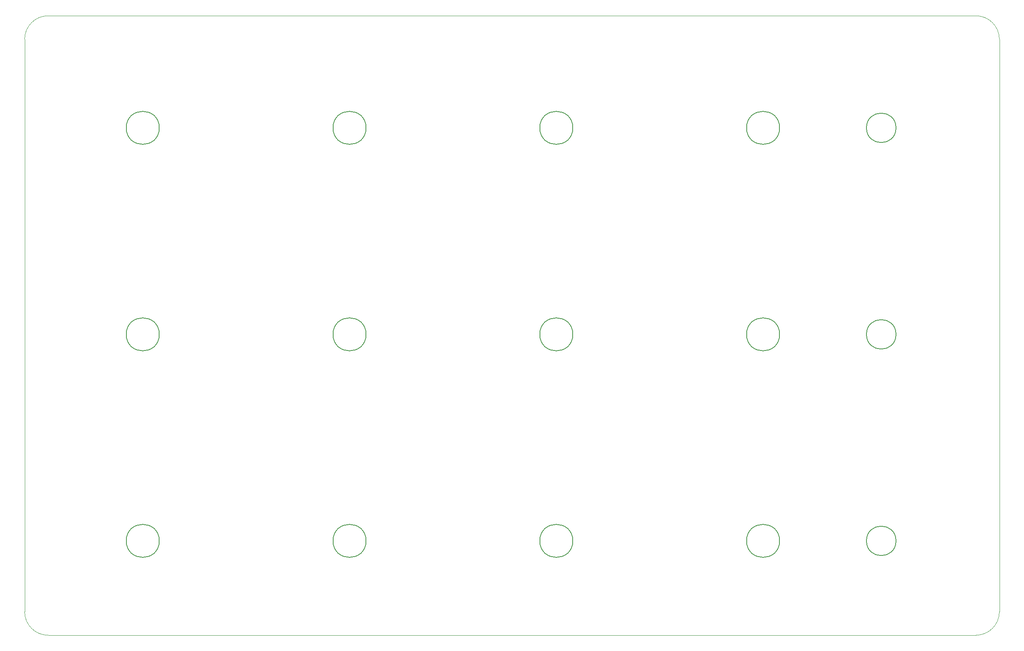
<source format=gm1>
G04 #@! TF.GenerationSoftware,KiCad,Pcbnew,6.0.5+dfsg-1~bpo11+1*
G04 #@! TF.CreationDate,2022-08-10T11:56:57+00:00*
G04 #@! TF.ProjectId,ADSR_pcb_panel,41445352-5f70-4636-925f-70616e656c2e,0*
G04 #@! TF.SameCoordinates,Original*
G04 #@! TF.FileFunction,Profile,NP*
%FSLAX46Y46*%
G04 Gerber Fmt 4.6, Leading zero omitted, Abs format (unit mm)*
G04 Created by KiCad (PCBNEW 6.0.5+dfsg-1~bpo11+1) date 2022-08-10 11:56:57*
%MOMM*%
%LPD*%
G01*
G04 APERTURE LIST*
G04 #@! TA.AperFunction,Profile*
%ADD10C,0.100000*%
G04 #@! TD*
G04 #@! TA.AperFunction,Profile*
%ADD11C,0.150000*%
G04 #@! TD*
G04 APERTURE END LIST*
D10*
X246380002Y-32384998D02*
G75*
G03*
X241300002Y-27304998I-5080002J-2D01*
G01*
X41909998Y-27304998D02*
X241300002Y-27304998D01*
X36829998Y-155575002D02*
G75*
G03*
X41909998Y-160655002I5080002J2D01*
G01*
X241300002Y-160655002D02*
G75*
G03*
X246380002Y-155575002I-2J5080002D01*
G01*
X246380002Y-32384998D02*
X246380002Y-155575002D01*
D11*
X110230000Y-140335000D02*
G75*
G03*
X110230000Y-140335000I-3550000J0D01*
G01*
D10*
X41909998Y-27304998D02*
G75*
G03*
X36829998Y-32384998I2J-5080002D01*
G01*
D11*
X65780000Y-51435000D02*
G75*
G03*
X65780000Y-51435000I-3550000J0D01*
G01*
X65780000Y-95885000D02*
G75*
G03*
X65780000Y-95885000I-3550000J0D01*
G01*
X154680000Y-51435000D02*
G75*
G03*
X154680000Y-51435000I-3550000J0D01*
G01*
X199130000Y-51435000D02*
G75*
G03*
X199130000Y-51435000I-3550000J0D01*
G01*
X199130000Y-140335000D02*
G75*
G03*
X199130000Y-140335000I-3550000J0D01*
G01*
X224155000Y-95885000D02*
G75*
G03*
X224155000Y-95885000I-3175000J0D01*
G01*
X224155000Y-51435000D02*
G75*
G03*
X224155000Y-51435000I-3175000J0D01*
G01*
D10*
X36829998Y-155575002D02*
X36829998Y-32384998D01*
X241300002Y-160655002D02*
X41909998Y-160655002D01*
D11*
X65780000Y-140335000D02*
G75*
G03*
X65780000Y-140335000I-3550000J0D01*
G01*
X154680000Y-140335000D02*
G75*
G03*
X154680000Y-140335000I-3550000J0D01*
G01*
X199130000Y-95885000D02*
G75*
G03*
X199130000Y-95885000I-3550000J0D01*
G01*
X224155000Y-140335000D02*
G75*
G03*
X224155000Y-140335000I-3175000J0D01*
G01*
X110230000Y-95885000D02*
G75*
G03*
X110230000Y-95885000I-3550000J0D01*
G01*
X154680000Y-95885000D02*
G75*
G03*
X154680000Y-95885000I-3550000J0D01*
G01*
X110230000Y-51435000D02*
G75*
G03*
X110230000Y-51435000I-3550000J0D01*
G01*
M02*

</source>
